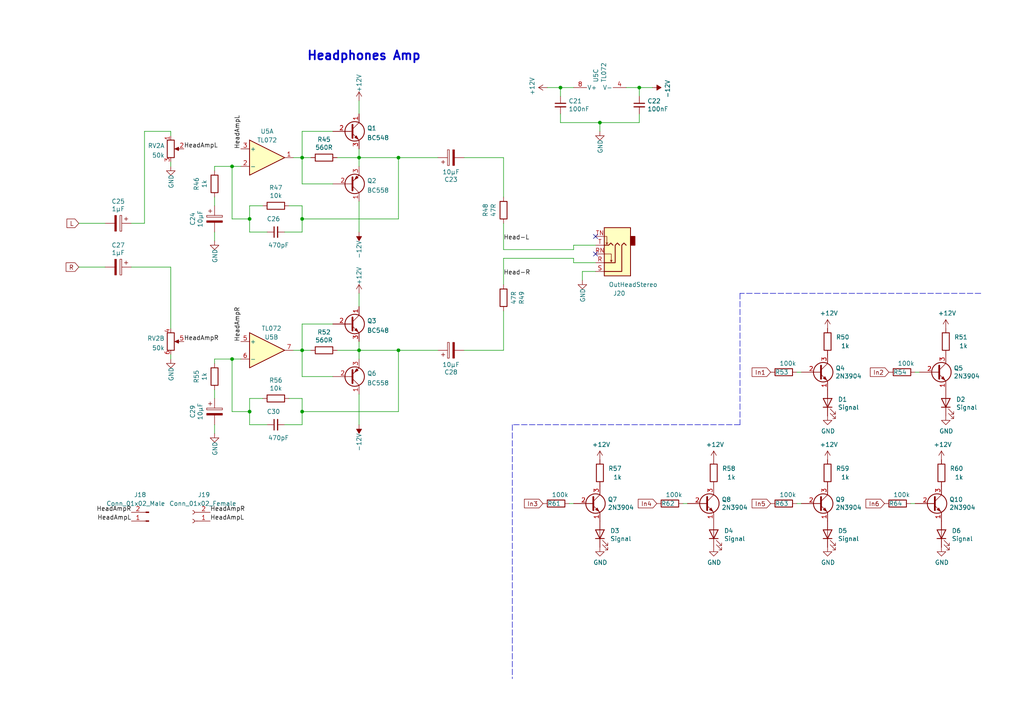
<source format=kicad_sch>
(kicad_sch (version 20211123) (generator eeschema)
  (paper "A4")
  (lib_symbols
    (symbol "Amplifier_Operational:TL072" (pin_names (offset 0.127))
      (property "Reference" "U" (at 0 5.08 0))
      (property "Value" "TL072" (at 0 -5.08 0))
      (symbol "TL072_1_1"
        (polyline (pts (xy -5.08 5.08) (xy 5.08 0) (xy -5.08 -5.08) (xy -5.08 5.08)) (stroke (width 0.254)) (fill (type background)))
        (pin output line (at 7.62 0 180) (length 2.54) (name "~") (number "1"))
        (pin input line (at -7.62 -2.54 0) (length 2.54) (name "-") (number "2"))
        (pin input line (at -7.62 2.54 0) (length 2.54) (name "+") (number "3"))
      )
      (symbol "TL072_2_1"
        (polyline (pts (xy -5.08 5.08) (xy 5.08 0) (xy -5.08 -5.08) (xy -5.08 5.08)) (stroke (width 0.254)) (fill (type background)))
        (pin input line (at -7.62 2.54 0) (length 2.54) (name "+") (number "5"))
        (pin input line (at -7.62 -2.54 0) (length 2.54) (name "-") (number "6"))
        (pin output line (at 7.62 0 180) (length 2.54) (name "~") (number "7"))
      )
      (symbol "TL072_3_1"
        (pin power_in line (at -2.54 -7.62 90) (length 3.81) (name "V-") (number "4"))
        (pin power_in line (at -2.54 7.62 270) (length 3.81) (name "V+") (number "8"))
      )
    )
    (symbol "Connector:AudioJack3_SwitchTR"
      (property "Reference" "J" (at 0 8.89 0))
      (property "Value" "AudioJack3_SwitchTR" (at 0 6.35 0))
      (symbol "AudioJack3_SwitchTR_0_1"
        (rectangle (start -5.08 -5.08) (end -6.35 -7.62) (stroke (width 0.254)) (fill (type outline)))
        (polyline (pts (xy 0.508 -0.254) (xy 0.762 -0.762)))
        (polyline (pts (xy 1.778 -5.334) (xy 2.032 -5.842)))
        (polyline (pts (xy 0 -5.08) (xy 0.635 -5.715) (xy 1.27 -5.08) (xy 2.54 -5.08)) (stroke (width 0.254)))
        (polyline (pts (xy 2.54 -7.62) (xy 1.778 -7.62) (xy 1.778 -5.334) (xy 1.524 -5.842)))
        (polyline (pts (xy 2.54 -2.54) (xy 0.508 -2.54) (xy 0.508 -0.254) (xy 0.254 -0.762)))
        (polyline (pts (xy -1.905 -5.08) (xy -1.27 -5.715) (xy -0.635 -5.08) (xy -0.635 0) (xy 2.54 0)) (stroke (width 0.254)))
        (polyline (pts (xy 2.54 2.54) (xy -2.54 2.54) (xy -2.54 -5.08) (xy -3.175 -5.715) (xy -3.81 -5.08)) (stroke (width 0.254)))
        (rectangle (start 2.54 3.81) (end -5.08 -10.16) (stroke (width 0.254)) (fill (type background)))
      )
      (symbol "AudioJack3_SwitchTR_1_1"
        (pin passive line (at 5.08 0 180) (length 2.54) (name "~") (number "R"))
        (pin passive line (at 5.08 -2.54 180) (length 2.54) (name "~") (number "RN"))
        (pin passive line (at 5.08 2.54 180) (length 2.54) (name "~") (number "S"))
        (pin passive line (at 5.08 -5.08 180) (length 2.54) (name "~") (number "T"))
        (pin passive line (at 5.08 -7.62 180) (length 2.54) (name "~") (number "TN"))
      )
    )
    (symbol "Connector:Conn_01x02_Female" (pin_names (offset 1.016) hide)
      (property "Reference" "J" (at 0 2.54 0))
      (property "Value" "Conn_01x02_Female" (at 0 -5.08 0))
      (symbol "Conn_01x02_Female_1_1"
        (arc (start 0 -2.032) (mid -0.508 -2.54) (end 0 -3.048) (stroke (width 0.1524)))
        (polyline (pts (xy -1.27 -2.54) (xy -0.508 -2.54)) (stroke (width 0.1524)))
        (polyline (pts (xy -1.27 0) (xy -0.508 0)) (stroke (width 0.1524)))
        (arc (start 0 0.508) (mid -0.508 0) (end 0 -0.508) (stroke (width 0.1524)))
        (pin passive line (at -5.08 0 0) (length 3.81) (name "Pin_1") (number "1"))
        (pin passive line (at -5.08 -2.54 0) (length 3.81) (name "Pin_2") (number "2"))
      )
    )
    (symbol "Connector:Conn_01x02_Male" (pin_names (offset 1.016) hide)
      (property "Reference" "J" (at 0 2.54 0))
      (property "Value" "Conn_01x02_Male" (at 0 -5.08 0))
      (symbol "Conn_01x02_Male_1_1"
        (polyline (pts (xy 1.27 -2.54) (xy 0.8636 -2.54)) (stroke (width 0.1524)))
        (polyline (pts (xy 1.27 0) (xy 0.8636 0)) (stroke (width 0.1524)))
        (rectangle (start 0.8636 -2.413) (end 0 -2.667) (stroke (width 0.1524)) (fill (type outline)))
        (rectangle (start 0.8636 0.127) (end 0 -0.127) (stroke (width 0.1524)) (fill (type outline)))
        (pin passive line (at 5.08 0 180) (length 3.81) (name "Pin_1") (number "1"))
        (pin passive line (at 5.08 -2.54 180) (length 3.81) (name "Pin_2") (number "2"))
      )
    )
    (symbol "Device:CP" (pin_numbers hide) (pin_names (offset 0.254))
      (property "Reference" "C" (at 0.635 2.54 0))
      (property "Value" "Device_CP" (at 0.635 -2.54 0))
      (symbol "CP_0_1"
        (rectangle (start -2.286 0.508) (end 2.286 1.016))
        (polyline (pts (xy -1.778 2.286) (xy -0.762 2.286)))
        (polyline (pts (xy -1.27 2.794) (xy -1.27 1.778)))
        (rectangle (start 2.286 -0.508) (end -2.286 -1.016) (fill (type outline)))
      )
      (symbol "CP_1_1"
        (pin passive line (at 0 3.81 270) (length 2.794) (name "~") (number "1"))
        (pin passive line (at 0 -3.81 90) (length 2.794) (name "~") (number "2"))
      )
    )
    (symbol "Device:C_Small" (pin_numbers hide) (pin_names (offset 0.254) hide)
      (property "Reference" "C" (at 0.254 1.778 0))
      (property "Value" "C_Small" (at 0.254 -2.032 0))
      (symbol "C_Small_0_1"
        (polyline (pts (xy -1.524 -0.508) (xy 1.524 -0.508)) (stroke (width 0.3302)))
        (polyline (pts (xy -1.524 0.508) (xy 1.524 0.508)) (stroke (width 0.3048)))
      )
      (symbol "C_Small_1_1"
        (pin passive line (at 0 2.54 270) (length 2.032) (name "~") (number "1"))
        (pin passive line (at 0 -2.54 90) (length 2.032) (name "~") (number "2"))
      )
    )
    (symbol "Device:LED" (pin_numbers hide) (pin_names (offset 1.016) hide)
      (property "Reference" "D" (at 0 2.54 0))
      (property "Value" "LED" (at 0 -2.54 0))
      (symbol "LED_0_1"
        (polyline (pts (xy -1.27 -1.27) (xy -1.27 1.27)) (stroke (width 0.254)))
        (polyline (pts (xy -1.27 0) (xy 1.27 0)))
        (polyline (pts (xy 1.27 -1.27) (xy 1.27 1.27) (xy -1.27 0) (xy 1.27 -1.27)) (stroke (width 0.254)))
        (polyline (pts (xy -3.048 -0.762) (xy -4.572 -2.286) (xy -3.81 -2.286) (xy -4.572 -2.286) (xy -4.572 -1.524)))
        (polyline (pts (xy -1.778 -0.762) (xy -3.302 -2.286) (xy -2.54 -2.286) (xy -3.302 -2.286) (xy -3.302 -1.524)))
      )
      (symbol "LED_1_1"
        (pin passive line (at -3.81 0 0) (length 2.54) (name "K") (number "1"))
        (pin passive line (at 3.81 0 180) (length 2.54) (name "A") (number "2"))
      )
    )
    (symbol "Device:R" (pin_numbers hide) (pin_names (offset 0))
      (property "Reference" "R" (at 2.032 0 90))
      (property "Value" "R" (at 0 0 90))
      (symbol "R_0_1"
        (rectangle (start -1.016 -2.54) (end 1.016 2.54) (stroke (width 0.254)))
      )
      (symbol "R_1_1"
        (pin passive line (at 0 3.81 270) (length 1.27) (name "~") (number "1"))
        (pin passive line (at 0 -3.81 90) (length 1.27) (name "~") (number "2"))
      )
    )
    (symbol "Device:R_Potentiometer_Dual_Separate" (pin_names (offset 1.016) hide)
      (property "Reference" "RV" (at -4.445 0 90))
      (property "Value" "R_Potentiometer_Dual_Separate" (at -2.54 0 90))
      (symbol "R_Potentiometer_Dual_Separate_0_1"
        (polyline (pts (xy 2.54 0) (xy 1.524 0)))
        (polyline (pts (xy 1.143 0) (xy 2.286 0.508) (xy 2.286 -0.508) (xy 1.143 0)) (fill (type outline)))
        (rectangle (start 1.016 2.54) (end -1.016 -2.54) (stroke (width 0.254)))
      )
      (symbol "R_Potentiometer_Dual_Separate_1_1"
        (pin passive line (at 0 3.81 270) (length 1.27) (name "1") (number "1"))
        (pin passive line (at 3.81 0 180) (length 1.27) (name "2") (number "2"))
        (pin passive line (at 0 -3.81 90) (length 1.27) (name "3") (number "3"))
      )
      (symbol "R_Potentiometer_Dual_Separate_2_1"
        (pin passive line (at 0 3.81 270) (length 1.27) (name "4") (number "4"))
        (pin passive line (at 3.81 0 180) (length 1.27) (name "5") (number "5"))
        (pin passive line (at 0 -3.81 90) (length 1.27) (name "6") (number "6"))
      )
    )
    (symbol "Transistor_BJT:2N3904" (pin_names (offset 0) hide)
      (property "Reference" "Q" (at 5.08 1.905 0))
      (property "Value" "2N3904" (at 5.08 0 0))
      (symbol "2N3904_0_1"
        (polyline (pts (xy 0.635 0.635) (xy 2.54 2.54)))
        (polyline (pts (xy 0.635 -0.635) (xy 2.54 -2.54) (xy 2.54 -2.54)))
        (polyline (pts (xy 0.635 1.905) (xy 0.635 -1.905) (xy 0.635 -1.905)) (stroke (width 0.508)))
        (polyline (pts (xy 1.27 -1.778) (xy 1.778 -1.27) (xy 2.286 -2.286) (xy 1.27 -1.778) (xy 1.27 -1.778)) (fill (type outline)))
        (circle (center 1.27 0) (radius 2.8194) (stroke (width 0.254)))
      )
      (symbol "2N3904_1_1"
        (pin passive line (at 2.54 -5.08 90) (length 2.54) (name "E") (number "1"))
        (pin passive line (at -5.08 0 0) (length 5.715) (name "B") (number "2"))
        (pin passive line (at 2.54 5.08 270) (length 2.54) (name "C") (number "3"))
      )
    )
    (symbol "Transistor_BJT:BC548" (pin_names (offset 0) hide)
      (property "Reference" "Q" (at 5.08 1.905 0))
      (property "Value" "BC548" (at 5.08 0 0))
      (symbol "BC548_0_1"
        (polyline (pts (xy 0 0) (xy 0.635 0)))
        (polyline (pts (xy 0.635 0.635) (xy 2.54 2.54)))
        (polyline (pts (xy 0.635 -0.635) (xy 2.54 -2.54) (xy 2.54 -2.54)))
        (polyline (pts (xy 0.635 1.905) (xy 0.635 -1.905) (xy 0.635 -1.905)) (stroke (width 0.508)))
        (polyline (pts (xy 1.27 -1.778) (xy 1.778 -1.27) (xy 2.286 -2.286) (xy 1.27 -1.778) (xy 1.27 -1.778)) (fill (type outline)))
        (circle (center 1.27 0) (radius 2.8194) (stroke (width 0.254)))
      )
      (symbol "BC548_1_1"
        (pin passive line (at 2.54 5.08 270) (length 2.54) (name "C") (number "1"))
        (pin input line (at -5.08 0 0) (length 5.08) (name "B") (number "2"))
        (pin passive line (at 2.54 -5.08 90) (length 2.54) (name "E") (number "3"))
      )
    )
    (symbol "Transistor_BJT:BC558" (pin_names (offset 0) hide)
      (property "Reference" "Q" (at 5.08 1.905 0))
      (property "Value" "BC558" (at 5.08 0 0))
      (symbol "BC558_0_1"
        (polyline (pts (xy 0.635 0.635) (xy 2.54 2.54)))
        (polyline (pts (xy 0.635 -0.635) (xy 2.54 -2.54) (xy 2.54 -2.54)))
        (polyline (pts (xy 0.635 1.905) (xy 0.635 -1.905) (xy 0.635 -1.905)) (stroke (width 0.508)))
        (polyline (pts (xy 2.286 -1.778) (xy 1.778 -2.286) (xy 1.27 -1.27) (xy 2.286 -1.778) (xy 2.286 -1.778)) (fill (type outline)))
        (circle (center 1.27 0) (radius 2.8194) (stroke (width 0.254)))
      )
      (symbol "BC558_1_1"
        (pin passive line (at 2.54 5.08 270) (length 2.54) (name "C") (number "1"))
        (pin input line (at -5.08 0 0) (length 5.715) (name "B") (number "2"))
        (pin passive line (at 2.54 -5.08 90) (length 2.54) (name "E") (number "3"))
      )
    )
    (symbol "power:+12V" (power) (pin_names (offset 0))
      (property "Value" "+12V" (at 0 3.556 0))
      (symbol "+12V_0_1"
        (polyline (pts (xy -0.762 1.27) (xy 0 2.54)))
        (polyline (pts (xy 0 0) (xy 0 2.54)))
        (polyline (pts (xy 0 2.54) (xy 0.762 1.27)))
      )
      (symbol "+12V_1_1"
        (pin power_in line (at 0 0 90) (length 0) hide (name "+12V") (number "1"))
      )
    )
    (symbol "power:-12V" (power) (pin_names (offset 0))
      (property "Value" "-12V" (at 0 3.81 0))
      (symbol "-12V_0_0"
        (pin power_in line (at 0 0 90) (length 0) hide (name "-12V") (number "1"))
      )
      (symbol "-12V_0_1"
        (polyline (pts (xy 0 0) (xy 0 1.27) (xy 0.762 1.27) (xy 0 2.54) (xy -0.762 1.27) (xy 0 1.27)) (fill (type outline)))
      )
    )
    (symbol "power:GND" (power) (pin_names (offset 0))
      (property "Value" "GND" (at 0 -3.81 0))
      (symbol "GND_0_1"
        (polyline (pts (xy 0 0) (xy 0 -1.27) (xy 1.27 -1.27) (xy 0 -2.54) (xy -1.27 -1.27) (xy 0 -1.27)))
      )
      (symbol "GND_1_1"
        (pin power_in line (at 0 0 270) (length 0) hide (name "GND") (number "1"))
      )
    )
  )
  (junction (at 115.57 45.72))
  (junction (at 87.63 45.72))
  (junction (at 104.14 45.72))
  (junction (at 87.63 101.6))
  (junction (at 162.56 25.4))
  (junction (at 87.63 119.38))
  (junction (at 115.57 101.6))
  (junction (at 67.31 48.26))
  (junction (at 87.63 63.5))
  (junction (at 72.39 63.5))
  (junction (at 67.31 104.14))
  (junction (at 185.42 25.4))
  (junction (at 72.39 119.38))
  (junction (at 173.99 35.56))
  (junction (at 104.14 101.6))
  (no_connect (at 172.72 73.66))
  (no_connect (at 172.72 68.58))
  (wire (pts (xy 38.1 64.77) (xy 41.91 64.77)))
  (wire (pts (xy 115.57 119.38) (xy 115.57 101.6)))
  (wire (pts (xy 87.63 115.57) (xy 87.63 119.38)))
  (wire (pts (xy 87.63 109.22) (xy 87.63 101.6)))
  (wire (pts (xy 72.39 115.57) (xy 72.39 119.38)))
  (wire (pts (xy 72.39 123.19) (xy 77.47 123.19)))
  (wire (pts (xy 67.31 48.26) (xy 67.31 63.5)))
  (wire (pts (xy 173.99 35.56) (xy 185.42 35.56)))
  (wire (pts (xy 185.42 33.02) (xy 185.42 35.56)))
  (wire (pts (xy 166.37 74.93) (xy 146.05 74.93)))
  (wire (pts (xy 82.55 123.19) (xy 87.63 123.19)))
  (wire (pts (xy 166.37 71.12) (xy 166.37 72.39)))
  (wire (pts (xy 76.2 59.69) (xy 72.39 59.69)))
  (wire (pts (xy 146.05 45.72) (xy 146.05 57.15)))
  (wire (pts (xy 62.23 123.19) (xy 62.23 125.73)))
  (wire (pts (xy 181.61 25.4) (xy 185.42 25.4)))
  (wire (pts (xy 69.85 48.26) (xy 67.31 48.26)))
  (wire (pts (xy 104.14 85.09) (xy 104.14 88.9)))
  (wire (pts (xy 264.16 146.05) (xy 265.43 146.05)))
  (wire (pts (xy 115.57 45.72) (xy 115.57 63.5)))
  (wire (pts (xy 146.05 74.93) (xy 146.05 82.55)))
  (wire (pts (xy 87.63 93.98) (xy 87.63 101.6)))
  (wire (pts (xy 158.75 25.4) (xy 162.56 25.4)))
  (wire (pts (xy 87.63 45.72) (xy 90.17 45.72)))
  (wire (pts (xy 146.05 64.77) (xy 146.05 72.39)))
  (wire (pts (xy 104.14 45.72) (xy 115.57 45.72)))
  (wire (pts (xy 87.63 38.1) (xy 87.63 45.72)))
  (wire (pts (xy 168.91 78.74) (xy 168.91 81.28)))
  (wire (pts (xy 87.63 101.6) (xy 85.09 101.6)))
  (wire (pts (xy 72.39 119.38) (xy 72.39 123.19)))
  (wire (pts (xy 76.2 115.57) (xy 72.39 115.57)))
  (wire (pts (xy 67.31 63.5) (xy 72.39 63.5)))
  (wire (pts (xy 172.72 76.2) (xy 166.37 76.2)))
  (wire (pts (xy 62.23 48.26) (xy 62.23 49.53)))
  (wire (pts (xy 185.42 25.4) (xy 189.23 25.4)))
  (polyline (pts (xy 214.63 123.19) (xy 148.59 123.19)))
  (wire (pts (xy 96.52 93.98) (xy 87.63 93.98)))
  (polyline (pts (xy 214.63 85.09) (xy 214.63 123.19)))
  (wire (pts (xy 231.14 107.95) (xy 232.41 107.95)))
  (wire (pts (xy 165.1 146.05) (xy 166.37 146.05)))
  (wire (pts (xy 104.14 58.42) (xy 104.14 67.31)))
  (wire (pts (xy 96.52 38.1) (xy 87.63 38.1)))
  (wire (pts (xy 87.63 119.38) (xy 115.57 119.38)))
  (wire (pts (xy 265.43 107.95) (xy 266.7 107.95)))
  (wire (pts (xy 173.99 35.56) (xy 173.99 38.1)))
  (wire (pts (xy 49.53 77.47) (xy 49.53 95.25)))
  (wire (pts (xy 166.37 71.12) (xy 172.72 71.12)))
  (wire (pts (xy 87.63 63.5) (xy 115.57 63.5)))
  (wire (pts (xy 82.55 67.31) (xy 87.63 67.31)))
  (wire (pts (xy 185.42 25.4) (xy 185.42 27.94)))
  (wire (pts (xy 104.14 45.72) (xy 104.14 48.26)))
  (wire (pts (xy 162.56 35.56) (xy 173.99 35.56)))
  (wire (pts (xy 62.23 67.31) (xy 62.23 69.85)))
  (wire (pts (xy 49.53 102.87) (xy 49.53 104.14)))
  (wire (pts (xy 41.91 38.1) (xy 41.91 64.77)))
  (wire (pts (xy 72.39 59.69) (xy 72.39 63.5)))
  (wire (pts (xy 83.82 115.57) (xy 87.63 115.57)))
  (wire (pts (xy 62.23 104.14) (xy 62.23 105.41)))
  (polyline (pts (xy 148.59 123.19) (xy 148.59 196.85)))
  (wire (pts (xy 146.05 101.6) (xy 134.62 101.6)))
  (wire (pts (xy 67.31 104.14) (xy 67.31 119.38)))
  (wire (pts (xy 22.86 77.47) (xy 30.48 77.47)))
  (wire (pts (xy 72.39 67.31) (xy 77.47 67.31)))
  (wire (pts (xy 104.14 101.6) (xy 104.14 104.14)))
  (wire (pts (xy 134.62 45.72) (xy 146.05 45.72)))
  (wire (pts (xy 67.31 48.26) (xy 62.23 48.26)))
  (wire (pts (xy 146.05 90.17) (xy 146.05 101.6)))
  (wire (pts (xy 104.14 29.21) (xy 104.14 33.02)))
  (wire (pts (xy 162.56 25.4) (xy 166.37 25.4)))
  (wire (pts (xy 104.14 114.3) (xy 104.14 123.19)))
  (wire (pts (xy 87.63 109.22) (xy 96.52 109.22)))
  (wire (pts (xy 87.63 53.34) (xy 96.52 53.34)))
  (wire (pts (xy 198.12 146.05) (xy 199.39 146.05)))
  (wire (pts (xy 87.63 119.38) (xy 87.63 123.19)))
  (wire (pts (xy 38.1 77.47) (xy 49.53 77.47)))
  (wire (pts (xy 172.72 78.74) (xy 168.91 78.74)))
  (polyline (pts (xy 284.48 85.09) (xy 214.63 85.09)))
  (wire (pts (xy 67.31 119.38) (xy 72.39 119.38)))
  (wire (pts (xy 162.56 25.4) (xy 162.56 27.94)))
  (wire (pts (xy 72.39 63.5) (xy 72.39 67.31)))
  (wire (pts (xy 166.37 76.2) (xy 166.37 74.93)))
  (wire (pts (xy 115.57 101.6) (xy 127 101.6)))
  (wire (pts (xy 62.23 57.15) (xy 62.23 59.69)))
  (wire (pts (xy 162.56 33.02) (xy 162.56 35.56)))
  (wire (pts (xy 69.85 104.14) (xy 67.31 104.14)))
  (wire (pts (xy 104.14 43.18) (xy 104.14 45.72)))
  (wire (pts (xy 87.63 101.6) (xy 90.17 101.6)))
  (wire (pts (xy 104.14 101.6) (xy 115.57 101.6)))
  (wire (pts (xy 97.79 45.72) (xy 104.14 45.72)))
  (wire (pts (xy 97.79 101.6) (xy 104.14 101.6)))
  (wire (pts (xy 83.82 59.69) (xy 87.63 59.69)))
  (wire (pts (xy 87.63 45.72) (xy 85.09 45.72)))
  (wire (pts (xy 231.14 146.05) (xy 232.41 146.05)))
  (wire (pts (xy 67.31 104.14) (xy 62.23 104.14)))
  (wire (pts (xy 22.86 64.77) (xy 30.48 64.77)))
  (wire (pts (xy 49.53 38.1) (xy 49.53 39.37)))
  (wire (pts (xy 104.14 99.06) (xy 104.14 101.6)))
  (wire (pts (xy 49.53 46.99) (xy 49.53 48.26)))
  (wire (pts (xy 146.05 72.39) (xy 166.37 72.39)))
  (wire (pts (xy 115.57 45.72) (xy 127 45.72)))
  (wire (pts (xy 41.91 38.1) (xy 49.53 38.1)))
  (wire (pts (xy 87.63 53.34) (xy 87.63 45.72)))
  (wire (pts (xy 62.23 113.03) (xy 62.23 115.57)))
  (wire (pts (xy 87.63 59.69) (xy 87.63 63.5)))
  (wire (pts (xy 87.63 63.5) (xy 87.63 67.31)))
  (text "Headphones Amp" (at 88.9 17.78 0) (effects (font (size 2.54 2.54) (thickness 0.508) bold) (justify left bottom)))
  (label "HeadAmpL" (at 60.96 151.13 0))
  (label "Head-L" (at 146.05 69.85 0))
  (label "HeadAmpL" (at 38.1 151.13 180))
  (label "HeadAmpR" (at 60.96 148.59 0))
  (label "HeadAmpR" (at 38.1 148.59 180))
  (label "HeadAmpR" (at 69.85 99.06 90))
  (label "HeadAmpR" (at 53.34 99.06 0))
  (label "Head-R" (at 146.05 80.01 0))
  (label "HeadAmpL" (at 53.34 43.18 0))
  (label "HeadAmpL" (at 69.85 43.18 90))
  (global_label "In4" (shape input) (at 190.5 146.05 180) (property "Intersheet References" "${INTERSHEET_REFS}" (effects hide)))
  (global_label "In5" (shape input) (at 223.52 146.05 180) (property "Intersheet References" "${INTERSHEET_REFS}" (effects hide)))
  (global_label "In6" (shape input) (at 256.54 146.05 180) (property "Intersheet References" "${INTERSHEET_REFS}" (effects hide)))
  (global_label "In1" (shape input) (at 223.52 107.95 180) (property "Intersheet References" "${INTERSHEET_REFS}" (effects hide)))
  (global_label "R" (shape input) (at 22.86 77.47 180) (property "Intersheet References" "${INTERSHEET_REFS}" (effects hide)))
  (global_label "L" (shape input) (at 22.86 64.77 180) (property "Intersheet References" "${INTERSHEET_REFS}" (effects hide)))
  (global_label "In3" (shape input) (at 157.48 146.05 180) (property "Intersheet References" "${INTERSHEET_REFS}" (effects hide)))
  (global_label "In2" (shape input) (at 257.81 107.95 180) (property "Intersheet References" "${INTERSHEET_REFS}" (effects hide)))
  (symbol (lib_id "Transistor_BJT:2N3904") (at 204.47 146.05 0) (unit 1)
    (property "Reference" "Q8" (at 209.296 144.8816 0) (effects (justify left)))
    (property "Value" "2N3904" (at 209.296 147.193 0) (effects (justify left)))
    (property "Footprint" "Package_TO_SOT_THT:TO-92_Inline" (effects hide))
    (property "Datasheet" "https://www.onsemi.com/pub/Collateral/2N3903-D.PDF" (effects hide))
  )
  (symbol (lib_id "power:GND") (at 173.99 38.1 0) (unit 1)
    (property "Reference" "#PWR043" (effects hide))
    (property "Value" "GND" (at 174.117 42.4942 90))
  )
  (symbol (lib_id "Device:LED") (at 273.05 154.94 90) (unit 1)
    (property "Reference" "D6" (at 276.0472 153.9494 90) (effects (justify right)))
    (property "Value" "Signal" (at 276.0472 156.2608 90) (effects (justify right)))
    (property "Footprint" "LED_THT:LED_D4.0mm" (effects hide))
  )
  (symbol (lib_id "power:+12V") (at 274.32 95.25 0) (unit 1)
    (property "Reference" "#PWR050" (effects hide))
    (property "Value" "+12V" (at 274.701 90.8558 0))
  )
  (symbol (lib_id "Transistor_BJT:BC558") (at 101.6 53.34 0) (mirror x) (unit 1)
    (property "Reference" "Q2" (at 106.4514 52.4315 0) (effects (justify left)))
    (property "Value" "BC558" (at 106.4514 55.2066 0) (effects (justify left)))
    (property "Footprint" "Package_TO_SOT_THT:TO-92_Inline" (effects hide))
    (property "Datasheet" "https://www.onsemi.com/pub/Collateral/BC556BTA-D.pdf" (effects hide))
  )
  (symbol (lib_id "power:GND") (at 240.03 158.75 0) (unit 1)
    (property "Reference" "#PWR062" (effects hide))
    (property "Value" "GND" (at 240.157 163.1442 0))
  )
  (symbol (lib_id "Device:LED") (at 173.99 154.94 90) (unit 1)
    (property "Reference" "D3" (at 176.9872 153.9494 90) (effects (justify right)))
    (property "Value" "Signal" (at 176.9872 156.2608 90) (effects (justify right)))
    (property "Footprint" "LED_THT:LED_D4.0mm" (effects hide))
  )
  (symbol (lib_id "Device:R") (at 146.05 86.36 0) (unit 1)
    (property "Reference" "R49" (at 151.3078 86.36 90))
    (property "Value" "47R" (at 148.9964 86.36 90))
    (property "Footprint" "Resistor_THT:R_Axial_DIN0207_L6.3mm_D2.5mm_P10.16mm_Horizontal" (effects hide))
  )
  (symbol (lib_id "Device:R") (at 62.23 109.22 180) (unit 1)
    (property "Reference" "R55" (at 56.9722 109.22 90))
    (property "Value" "1k" (at 59.2836 109.22 90))
    (property "Footprint" "Resistor_THT:R_Axial_DIN0207_L6.3mm_D2.5mm_P10.16mm_Horizontal" (effects hide))
  )
  (symbol (lib_id "power:+12V") (at 104.14 85.09 0) (unit 1)
    (property "Reference" "#PWR048" (effects hide))
    (property "Value" "+12V" (at 104.14 80.01 90))
  )
  (symbol (lib_id "Device:LED") (at 240.03 116.84 90) (unit 1)
    (property "Reference" "D1" (at 243.0272 115.8494 90) (effects (justify right)))
    (property "Value" "Signal" (at 243.0272 118.1608 90) (effects (justify right)))
    (property "Footprint" "LED_THT:LED_D4.0mm" (effects hide))
  )
  (symbol (lib_id "Device:R") (at 240.03 99.06 0) (unit 1)
    (property "Reference" "R50" (at 246.38 97.79 0) (effects (justify right)))
    (property "Value" "1k" (at 246.38 100.33 0) (effects (justify right)))
    (property "Footprint" "Resistor_THT:R_Axial_DIN0207_L6.3mm_D2.5mm_P10.16mm_Horizontal" (effects hide))
  )
  (symbol (lib_id "Device:R") (at 227.33 146.05 90) (unit 1)
    (property "Reference" "R63" (at 224.79 146.05 90) (effects (justify right)))
    (property "Value" "100k" (at 226.06 143.51 90) (effects (justify right)))
    (property "Footprint" "Resistor_THT:R_Axial_DIN0207_L6.3mm_D2.5mm_P10.16mm_Horizontal" (effects hide))
  )
  (symbol (lib_id "power:GND") (at 62.23 125.73 0) (unit 1)
    (property "Reference" "#PWR055" (effects hide))
    (property "Value" "GND" (at 62.357 130.1242 90))
  )
  (symbol (lib_id "power:+12V") (at 240.03 95.25 0) (unit 1)
    (property "Reference" "#PWR049" (effects hide))
    (property "Value" "+12V" (at 240.411 90.8558 0))
  )
  (symbol (lib_id "Device:R") (at 173.99 137.16 0) (unit 1)
    (property "Reference" "R57" (at 180.34 135.89 0) (effects (justify right)))
    (property "Value" "1k" (at 180.34 138.43 0) (effects (justify right)))
    (property "Footprint" "Resistor_THT:R_Axial_DIN0207_L6.3mm_D2.5mm_P10.16mm_Horizontal" (effects hide))
  )
  (symbol (lib_id "Device:LED") (at 207.01 154.94 90) (unit 1)
    (property "Reference" "D4" (at 210.0072 153.9494 90) (effects (justify right)))
    (property "Value" "Signal" (at 210.0072 156.2608 90) (effects (justify right)))
    (property "Footprint" "LED_THT:LED_D4.0mm" (effects hide))
  )
  (symbol (lib_id "Device:CP") (at 130.81 45.72 90) (unit 1)
    (property "Reference" "C23" (at 130.81 52.07 90))
    (property "Value" "10µF" (at 130.81 49.8856 90))
    (property "Footprint" "Capacitor_THT:CP_Radial_D5.0mm_P2.00mm" (effects hide))
  )
  (symbol (lib_id "Device:R") (at 93.98 45.72 90) (unit 1)
    (property "Reference" "R45" (at 93.98 40.4622 90))
    (property "Value" "560R" (at 93.98 42.7736 90))
    (property "Footprint" "Resistor_THT:R_Axial_DIN0207_L6.3mm_D2.5mm_P10.16mm_Horizontal" (effects hide))
  )
  (symbol (lib_id "Transistor_BJT:2N3904") (at 270.51 146.05 0) (unit 1)
    (property "Reference" "Q10" (at 275.336 144.8816 0) (effects (justify left)))
    (property "Value" "2N3904" (at 275.336 147.193 0) (effects (justify left)))
    (property "Footprint" "Package_TO_SOT_THT:TO-92_Inline" (effects hide))
    (property "Datasheet" "https://www.onsemi.com/pub/Collateral/2N3903-D.PDF" (effects hide))
  )
  (symbol (lib_id "power:+12V") (at 240.03 133.35 0) (unit 1)
    (property "Reference" "#PWR058" (effects hide))
    (property "Value" "+12V" (at 240.411 128.9558 0))
  )
  (symbol (lib_id "Device:R") (at 273.05 137.16 0) (unit 1)
    (property "Reference" "R60" (at 279.4 135.89 0) (effects (justify right)))
    (property "Value" "1k" (at 279.4 138.43 0) (effects (justify right)))
    (property "Footprint" "Resistor_THT:R_Axial_DIN0207_L6.3mm_D2.5mm_P10.16mm_Horizontal" (effects hide))
  )
  (symbol (lib_id "Transistor_BJT:BC548") (at 101.6 38.1 0) (unit 1)
    (property "Reference" "Q1" (at 106.4514 37.1915 0) (effects (justify left)))
    (property "Value" "BC548" (at 106.4514 39.9666 0) (effects (justify left)))
    (property "Footprint" "Package_TO_SOT_THT:TO-92_Inline" (effects hide))
    (property "Datasheet" "https://www.onsemi.com/pub/Collateral/BC550-D.pdf" (effects hide))
  )
  (symbol (lib_id "Connector:Conn_01x02_Female") (at 55.88 151.13 180) (unit 1)
    (property "Reference" "J19" (at 60.96 143.51 0) (effects (justify left)))
    (property "Value" "Conn_01x02_Female" (at 68.58 146.05 0) (effects (justify left)))
    (property "Footprint" "Connector_PinSocket_2.54mm:PinSocket_1x02_P2.54mm_Vertical" (effects hide))
  )
  (symbol (lib_id "Device:R_Potentiometer_Dual_Separate") (at 49.53 99.06 0) (unit 2)
    (property "Reference" "RV2" (at 47.752 98.1515 0) (effects (justify right)))
    (property "Value" "50k" (at 47.752 100.9266 0) (effects (justify right)))
    (property "Footprint" "Synth:PTV1124420AA503" (effects hide))
  )
  (symbol (lib_id "power:-12V") (at 104.14 123.19 180) (unit 1)
    (property "Reference" "#PWR054" (effects hide))
    (property "Value" "-12V" (at 104.14 128.27 90))
  )
  (symbol (lib_id "Amplifier_Operational:TL072") (at 77.47 101.6 0) (unit 2)
    (property "Reference" "U5" (at 78.74 97.79 0))
    (property "Value" "TL072" (at 78.74 95.25 0))
    (property "Footprint" "Package_DIP:DIP-8_W7.62mm_Socket" (effects hide))
    (property "Datasheet" "http://www.ti.com/lit/ds/symlink/tl071.pdf" (effects hide))
  )
  (symbol (lib_id "Device:R") (at 240.03 137.16 0) (unit 1)
    (property "Reference" "R59" (at 246.38 135.89 0) (effects (justify right)))
    (property "Value" "1k" (at 246.38 138.43 0) (effects (justify right)))
    (property "Footprint" "Resistor_THT:R_Axial_DIN0207_L6.3mm_D2.5mm_P10.16mm_Horizontal" (effects hide))
  )
  (symbol (lib_id "Transistor_BJT:BC558") (at 101.6 109.22 0) (mirror x) (unit 1)
    (property "Reference" "Q6" (at 106.4514 108.3115 0) (effects (justify left)))
    (property "Value" "BC558" (at 106.4514 111.0866 0) (effects (justify left)))
    (property "Footprint" "Package_TO_SOT_THT:TO-92_Inline" (effects hide))
    (property "Datasheet" "https://www.onsemi.com/pub/Collateral/BC556BTA-D.pdf" (effects hide))
  )
  (symbol (lib_id "power:+12V") (at 104.14 29.21 0) (unit 1)
    (property "Reference" "#PWR042" (effects hide))
    (property "Value" "+12V" (at 104.14 24.13 90))
  )
  (symbol (lib_id "Device:R_Potentiometer_Dual_Separate") (at 49.53 43.18 0) (unit 1)
    (property "Reference" "RV2" (at 47.752 42.2715 0) (effects (justify right)))
    (property "Value" "50k" (at 47.752 45.0466 0) (effects (justify right)))
    (property "Footprint" "Synth:PTV1124420AA503" (effects hide))
  )
  (symbol (lib_id "power:+12V") (at 207.01 133.35 0) (unit 1)
    (property "Reference" "#PWR057" (effects hide))
    (property "Value" "+12V" (at 207.391 128.9558 0))
  )
  (symbol (lib_id "power:GND") (at 49.53 104.14 0) (unit 1)
    (property "Reference" "#PWR051" (effects hide))
    (property "Value" "GND" (at 49.657 108.5342 90))
  )
  (symbol (lib_id "Transistor_BJT:2N3904") (at 171.45 146.05 0) (unit 1)
    (property "Reference" "Q7" (at 176.276 144.8816 0) (effects (justify left)))
    (property "Value" "2N3904" (at 176.276 147.193 0) (effects (justify left)))
    (property "Footprint" "Package_TO_SOT_THT:TO-92_Inline" (effects hide))
    (property "Datasheet" "https://www.onsemi.com/pub/Collateral/2N3903-D.PDF" (effects hide))
  )
  (symbol (lib_id "power:+12V") (at 273.05 133.35 0) (unit 1)
    (property "Reference" "#PWR059" (effects hide))
    (property "Value" "+12V" (at 273.431 128.9558 0))
  )
  (symbol (lib_id "Device:R") (at 62.23 53.34 180) (unit 1)
    (property "Reference" "R46" (at 56.9722 53.34 90))
    (property "Value" "1k" (at 59.2836 53.34 90))
    (property "Footprint" "Resistor_THT:R_Axial_DIN0207_L6.3mm_D2.5mm_P10.16mm_Horizontal" (effects hide))
  )
  (symbol (lib_id "Device:CP") (at 62.23 119.38 0) (unit 1)
    (property "Reference" "C29" (at 55.88 119.38 90))
    (property "Value" "10µF" (at 58.0644 119.38 90))
    (property "Footprint" "Capacitor_THT:CP_Radial_D5.0mm_P2.00mm" (effects hide))
  )
  (symbol (lib_id "Device:R") (at 93.98 101.6 90) (unit 1)
    (property "Reference" "R52" (at 93.98 96.3422 90))
    (property "Value" "560R" (at 93.98 98.6536 90))
    (property "Footprint" "Resistor_THT:R_Axial_DIN0207_L6.3mm_D2.5mm_P10.16mm_Horizontal" (effects hide))
  )
  (symbol (lib_id "Device:LED") (at 240.03 154.94 90) (unit 1)
    (property "Reference" "D5" (at 243.0272 153.9494 90) (effects (justify right)))
    (property "Value" "Signal" (at 243.0272 156.2608 90) (effects (justify right)))
    (property "Footprint" "LED_THT:LED_D4.0mm" (effects hide))
  )
  (symbol (lib_id "Device:R") (at 194.31 146.05 90) (unit 1)
    (property "Reference" "R62" (at 191.77 146.05 90) (effects (justify right)))
    (property "Value" "100k" (at 193.04 143.51 90) (effects (justify right)))
    (property "Footprint" "Resistor_THT:R_Axial_DIN0207_L6.3mm_D2.5mm_P10.16mm_Horizontal" (effects hide))
  )
  (symbol (lib_id "Device:C_Small") (at 185.42 30.48 0) (unit 1)
    (property "Reference" "C22" (at 187.7568 29.3116 0) (effects (justify left)))
    (property "Value" "100nF" (at 187.7568 31.623 0) (effects (justify left)))
    (property "Footprint" "Capacitor_THT:C_Disc_D7.0mm_W2.5mm_P5.00mm" (effects hide))
  )
  (symbol (lib_id "power:-12V") (at 189.23 25.4 270) (unit 1)
    (property "Reference" "#PWR041" (effects hide))
    (property "Value" "-12V" (at 193.6242 25.781 0))
  )
  (symbol (lib_id "Device:CP") (at 62.23 63.5 0) (unit 1)
    (property "Reference" "C24" (at 55.88 63.5 90))
    (property "Value" "10µF" (at 58.0644 63.5 90))
    (property "Footprint" "Capacitor_THT:CP_Radial_D5.0mm_P2.00mm" (effects hide))
  )
  (symbol (lib_id "power:+12V") (at 173.99 133.35 0) (unit 1)
    (property "Reference" "#PWR056" (effects hide))
    (property "Value" "+12V" (at 174.371 128.9558 0))
  )
  (symbol (lib_id "Transistor_BJT:2N3904") (at 237.49 146.05 0) (unit 1)
    (property "Reference" "Q9" (at 242.316 144.8816 0) (effects (justify left)))
    (property "Value" "2N3904" (at 242.316 147.193 0) (effects (justify left)))
    (property "Footprint" "Package_TO_SOT_THT:TO-92_Inline" (effects hide))
    (property "Datasheet" "https://www.onsemi.com/pub/Collateral/2N3903-D.PDF" (effects hide))
  )
  (symbol (lib_id "Transistor_BJT:2N3904") (at 237.49 107.95 0) (unit 1)
    (property "Reference" "Q4" (at 242.316 106.7816 0) (effects (justify left)))
    (property "Value" "2N3904" (at 242.316 109.093 0) (effects (justify left)))
    (property "Footprint" "Package_TO_SOT_THT:TO-92_Inline" (effects hide))
    (property "Datasheet" "https://www.onsemi.com/pub/Collateral/2N3903-D.PDF" (effects hide))
  )
  (symbol (lib_id "Transistor_BJT:2N3904") (at 271.78 107.95 0) (unit 1)
    (property "Reference" "Q5" (at 276.606 106.7816 0) (effects (justify left)))
    (property "Value" "2N3904" (at 276.606 109.093 0) (effects (justify left)))
    (property "Footprint" "Package_TO_SOT_THT:TO-92_Inline" (effects hide))
    (property "Datasheet" "https://www.onsemi.com/pub/Collateral/2N3903-D.PDF" (effects hide))
  )
  (symbol (lib_id "power:GND") (at 168.91 81.28 0) (unit 1)
    (property "Reference" "#PWR047" (effects hide))
    (property "Value" "GND" (at 169.037 85.6742 90))
  )
  (symbol (lib_id "Device:C_Small") (at 162.56 30.48 0) (unit 1)
    (property "Reference" "C21" (at 164.8968 29.3116 0) (effects (justify left)))
    (property "Value" "100nF" (at 164.8968 31.623 0) (effects (justify left)))
    (property "Footprint" "Capacitor_THT:C_Disc_D7.0mm_W2.5mm_P5.00mm" (effects hide))
  )
  (symbol (lib_id "Connector:AudioJack3_SwitchTR") (at 177.8 76.2 180) (unit 1)
    (property "Reference" "J20" (at 177.8 85.09 0) (effects (justify right)))
    (property "Value" "OutHeadStereo" (at 176.53 82.55 0) (effects (justify right)))
    (property "Footprint" "Synth:PJ-629HAN" (effects hide))
  )
  (symbol (lib_id "power:GND") (at 173.99 158.75 0) (unit 1)
    (property "Reference" "#PWR060" (effects hide))
    (property "Value" "GND" (at 174.117 163.1442 0))
  )
  (symbol (lib_id "Device:CP") (at 34.29 77.47 270) (unit 1)
    (property "Reference" "C27" (at 34.29 71.12 90))
    (property "Value" "1µF" (at 34.29 73.3044 90))
    (property "Footprint" "Capacitor_THT:CP_Radial_D5.0mm_P2.00mm" (effects hide))
  )
  (symbol (lib_id "power:GND") (at 240.03 120.65 0) (unit 1)
    (property "Reference" "#PWR052" (effects hide))
    (property "Value" "GND" (at 240.157 125.0442 0))
  )
  (symbol (lib_id "power:GND") (at 62.23 69.85 0) (unit 1)
    (property "Reference" "#PWR046" (effects hide))
    (property "Value" "GND" (at 62.357 74.2442 90))
  )
  (symbol (lib_id "power:+12V") (at 158.75 25.4 90) (unit 1)
    (property "Reference" "#PWR040" (effects hide))
    (property "Value" "+12V" (at 154.3558 25.019 0))
  )
  (symbol (lib_id "Amplifier_Operational:TL072") (at 173.99 22.86 90) (unit 3)
    (property "Reference" "U5" (at 172.8216 23.9268 0) (effects (justify left)))
    (property "Value" "TL072" (at 175.133 23.9268 0) (effects (justify left)))
    (property "Footprint" "Package_DIP:DIP-8_W7.62mm_Socket" (effects hide))
    (property "Datasheet" "http://www.ti.com/lit/ds/symlink/tl071.pdf" (effects hide))
  )
  (symbol (lib_id "Device:R") (at 80.01 59.69 90) (unit 1)
    (property "Reference" "R47" (at 80.01 54.4322 90))
    (property "Value" "10k" (at 80.01 56.7436 90))
    (property "Footprint" "Resistor_THT:R_Axial_DIN0207_L6.3mm_D2.5mm_P10.16mm_Horizontal" (effects hide))
  )
  (symbol (lib_id "Device:R") (at 260.35 146.05 90) (unit 1)
    (property "Reference" "R64" (at 257.81 146.05 90) (effects (justify right)))
    (property "Value" "100k" (at 259.08 143.51 90) (effects (justify right)))
    (property "Footprint" "Resistor_THT:R_Axial_DIN0207_L6.3mm_D2.5mm_P10.16mm_Horizontal" (effects hide))
  )
  (symbol (lib_id "Device:R") (at 207.01 137.16 0) (unit 1)
    (property "Reference" "R58" (at 213.36 135.89 0) (effects (justify right)))
    (property "Value" "1k" (at 213.36 138.43 0) (effects (justify right)))
    (property "Footprint" "Resistor_THT:R_Axial_DIN0207_L6.3mm_D2.5mm_P10.16mm_Horizontal" (effects hide))
  )
  (symbol (lib_id "Device:R") (at 146.05 60.96 180) (unit 1)
    (property "Reference" "R48" (at 140.7922 60.96 90))
    (property "Value" "47R" (at 143.1036 60.96 90))
    (property "Footprint" "Resistor_THT:R_Axial_DIN0207_L6.3mm_D2.5mm_P10.16mm_Horizontal" (effects hide))
  )
  (symbol (lib_id "power:GND") (at 274.32 120.65 0) (unit 1)
    (property "Reference" "#PWR053" (effects hide))
    (property "Value" "GND" (at 274.447 125.0442 0))
  )
  (symbol (lib_id "Device:R") (at 261.62 107.95 90) (unit 1)
    (property "Reference" "R54" (at 259.08 107.95 90) (effects (justify right)))
    (property "Value" "100k" (at 260.35 105.41 90) (effects (justify right)))
    (property "Footprint" "Resistor_THT:R_Axial_DIN0207_L6.3mm_D2.5mm_P10.16mm_Horizontal" (effects hide))
  )
  (symbol (lib_id "Device:R") (at 80.01 115.57 90) (unit 1)
    (property "Reference" "R56" (at 80.01 110.3122 90))
    (property "Value" "10k" (at 80.01 112.6236 90))
    (property "Footprint" "Resistor_THT:R_Axial_DIN0207_L6.3mm_D2.5mm_P10.16mm_Horizontal" (effects hide))
  )
  (symbol (lib_id "Device:R") (at 161.29 146.05 90) (unit 1)
    (property "Reference" "R61" (at 158.75 146.05 90) (effects (justify right)))
    (property "Value" "100k" (at 160.02 143.51 90) (effects (justify right)))
    (property "Footprint" "Resistor_THT:R_Axial_DIN0207_L6.3mm_D2.5mm_P10.16mm_Horizontal" (effects hide))
  )
  (symbol (lib_id "power:-12V") (at 104.14 67.31 180) (unit 1)
    (property "Reference" "#PWR045" (effects hide))
    (property "Value" "-12V" (at 104.14 72.39 90))
  )
  (symbol (lib_id "power:GND") (at 207.01 158.75 0) (unit 1)
    (property "Reference" "#PWR061" (effects hide))
    (property "Value" "GND" (at 207.137 163.1442 0))
  )
  (symbol (lib_id "power:GND") (at 49.53 48.26 0) (unit 1)
    (property "Reference" "#PWR044" (effects hide))
    (property "Value" "GND" (at 49.657 52.6542 90))
  )
  (symbol (lib_id "power:GND") (at 273.05 158.75 0) (unit 1)
    (property "Reference" "#PWR063" (effects hide))
    (property "Value" "GND" (at 273.177 163.1442 0))
  )
  (symbol (lib_id "Device:C_Small") (at 80.01 67.31 90) (unit 1)
    (property "Reference" "C26" (at 81.28 63.5 90) (effects (justify left)))
    (property "Value" "470pF" (at 83.82 71.12 90) (effects (justify left)))
    (property "Footprint" "Capacitor_THT:C_Disc_D7.0mm_W2.5mm_P5.00mm" (effects hide))
  )
  (symbol (lib_id "Transistor_BJT:BC548") (at 101.6 93.98 0) (unit 1)
    (property "Reference" "Q3" (at 106.4514 93.0715 0) (effects (justify left)))
    (property "Value" "BC548" (at 106.4514 95.8466 0) (effects (justify left)))
    (property "Footprint" "Package_TO_SOT_THT:TO-92_Inline" (effects hide))
    (property "Datasheet" "https://www.onsemi.com/pub/Collateral/BC550-D.pdf" (effects hide))
  )
  (symbol (lib_id "Device:CP") (at 130.81 101.6 90) (unit 1)
    (property "Reference" "C28" (at 130.81 107.95 90))
    (property "Value" "10µF" (at 130.81 105.7656 90))
    (property "Footprint" "Capacitor_THT:CP_Radial_D5.0mm_P2.00mm" (effects hide))
  )
  (symbol (lib_id "Amplifier_Operational:TL072") (at 77.47 45.72 0) (unit 1)
    (property "Reference" "U5" (at 77.47 38.1 0))
    (property "Value" "TL072" (at 77.47 40.64 0))
    (property "Footprint" "Package_DIP:DIP-8_W7.62mm_Socket" (effects hide))
    (property "Datasheet" "http://www.ti.com/lit/ds/symlink/tl071.pdf" (effects hide))
  )
  (symbol (lib_id "Device:C_Small") (at 80.01 123.19 90) (unit 1)
    (property "Reference" "C30" (at 81.28 119.38 90) (effects (justify left)))
    (property "Value" "470pF" (at 83.82 127 90) (effects (justify left)))
    (property "Footprint" "Capacitor_THT:C_Disc_D7.0mm_W2.5mm_P5.00mm" (effects hide))
  )
  (symbol (lib_id "Device:R") (at 274.32 99.06 0) (unit 1)
    (property "Reference" "R51" (at 280.67 97.79 0) (effects (justify right)))
    (property "Value" "1k" (at 280.67 100.33 0) (effects (justify right)))
    (property "Footprint" "Resistor_THT:R_Axial_DIN0207_L6.3mm_D2.5mm_P10.16mm_Horizontal" (effects hide))
  )
  (symbol (lib_id "Device:R") (at 227.33 107.95 90) (unit 1)
    (property "Reference" "R53" (at 224.79 107.95 90) (effects (justify right)))
    (property "Value" "100k" (at 226.06 105.41 90) (effects (justify right)))
    (property "Footprint" "Resistor_THT:R_Axial_DIN0207_L6.3mm_D2.5mm_P10.16mm_Horizontal" (effects hide))
  )
  (symbol (lib_id "Device:LED") (at 274.32 116.84 90) (unit 1)
    (property "Reference" "D2" (at 277.3172 115.8494 90) (effects (justify right)))
    (property "Value" "Signal" (at 277.3172 118.1608 90) (effects (justify right)))
    (property "Footprint" "LED_THT:LED_D4.0mm" (effects hide))
  )
  (symbol (lib_id "Connector:Conn_01x02_Male") (at 43.18 151.13 180) (unit 1)
    (property "Reference" "J18" (at 40.64 143.51 0))
    (property "Value" "Conn_01x02_Male" (at 39.37 146.05 0))
    (property "Footprint" "Connector_PinHeader_2.54mm:PinHeader_1x02_P2.54mm_Vertical" (effects hide))
  )
  (symbol (lib_id "Device:CP") (at 34.29 64.77 270) (unit 1)
    (property "Reference" "C25" (at 34.29 58.42 90))
    (property "Value" "1µF" (at 34.29 60.6044 90))
    (property "Footprint" "Capacitor_THT:CP_Radial_D5.0mm_P2.00mm" (effects hide))
  )
)
</source>
